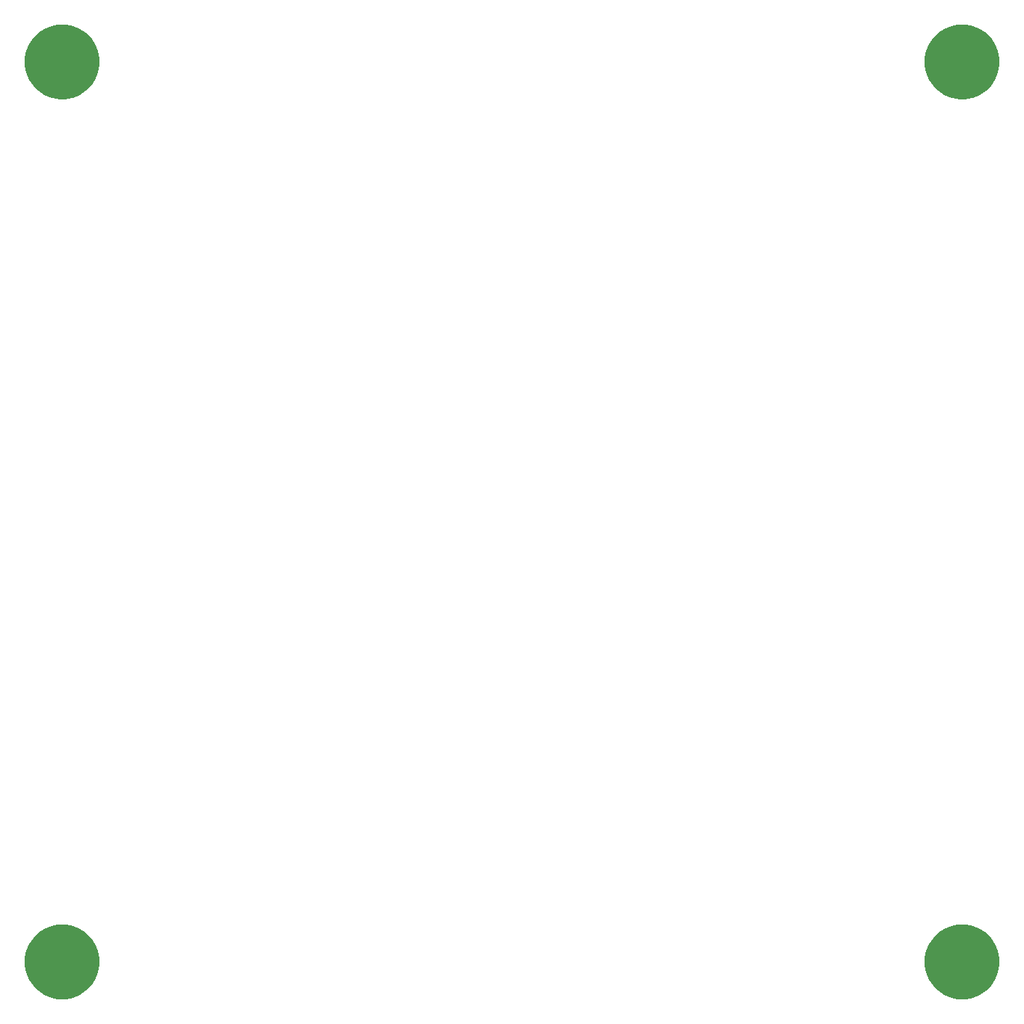
<source format=gbs>
G04 #@! TF.GenerationSoftware,KiCad,Pcbnew,(5.1.4)-1*
G04 #@! TF.CreationDate,2020-12-31T01:27:08+09:00*
G04 #@! TF.ProjectId,fan-vent-blocker,66616e2d-7665-46e7-942d-626c6f636b65,rev?*
G04 #@! TF.SameCoordinates,Original*
G04 #@! TF.FileFunction,Soldermask,Bot*
G04 #@! TF.FilePolarity,Negative*
%FSLAX46Y46*%
G04 Gerber Fmt 4.6, Leading zero omitted, Abs format (unit mm)*
G04 Created by KiCad (PCBNEW (5.1.4)-1) date 2020-12-31 01:27:08*
%MOMM*%
%LPD*%
G04 APERTURE LIST*
%ADD10C,0.100000*%
G04 APERTURE END LIST*
D10*
G36*
X-51951844Y-48172794D02*
G01*
X-51230860Y-48316206D01*
X-50439028Y-48644193D01*
X-49726399Y-49120357D01*
X-49120357Y-49726399D01*
X-48644193Y-50439028D01*
X-48316206Y-51230860D01*
X-48149000Y-52071464D01*
X-48149000Y-52928536D01*
X-48316206Y-53769140D01*
X-48644193Y-54560972D01*
X-49120357Y-55273601D01*
X-49726399Y-55879643D01*
X-50439028Y-56355807D01*
X-51230860Y-56683794D01*
X-51951844Y-56827206D01*
X-52071463Y-56851000D01*
X-52928537Y-56851000D01*
X-53048156Y-56827206D01*
X-53769140Y-56683794D01*
X-54560972Y-56355807D01*
X-55273601Y-55879643D01*
X-55879643Y-55273601D01*
X-56355807Y-54560972D01*
X-56683794Y-53769140D01*
X-56851000Y-52928536D01*
X-56851000Y-52071464D01*
X-56683794Y-51230860D01*
X-56355807Y-50439028D01*
X-55879643Y-49726399D01*
X-55273601Y-49120357D01*
X-54560972Y-48644193D01*
X-53769140Y-48316206D01*
X-53048156Y-48172794D01*
X-52928537Y-48149000D01*
X-52071463Y-48149000D01*
X-51951844Y-48172794D01*
X-51951844Y-48172794D01*
G37*
G36*
X53048156Y-48172794D02*
G01*
X53769140Y-48316206D01*
X54560972Y-48644193D01*
X55273601Y-49120357D01*
X55879643Y-49726399D01*
X56355807Y-50439028D01*
X56683794Y-51230860D01*
X56851000Y-52071464D01*
X56851000Y-52928536D01*
X56683794Y-53769140D01*
X56355807Y-54560972D01*
X55879643Y-55273601D01*
X55273601Y-55879643D01*
X54560972Y-56355807D01*
X53769140Y-56683794D01*
X53048156Y-56827206D01*
X52928537Y-56851000D01*
X52071463Y-56851000D01*
X51951844Y-56827206D01*
X51230860Y-56683794D01*
X50439028Y-56355807D01*
X49726399Y-55879643D01*
X49120357Y-55273601D01*
X48644193Y-54560972D01*
X48316206Y-53769140D01*
X48149000Y-52928536D01*
X48149000Y-52071464D01*
X48316206Y-51230860D01*
X48644193Y-50439028D01*
X49120357Y-49726399D01*
X49726399Y-49120357D01*
X50439028Y-48644193D01*
X51230860Y-48316206D01*
X51951844Y-48172794D01*
X52071463Y-48149000D01*
X52928537Y-48149000D01*
X53048156Y-48172794D01*
X53048156Y-48172794D01*
G37*
G36*
X-51951844Y56827206D02*
G01*
X-51230860Y56683794D01*
X-50439028Y56355807D01*
X-49726399Y55879643D01*
X-49120357Y55273601D01*
X-48644193Y54560972D01*
X-48316206Y53769140D01*
X-48149000Y52928536D01*
X-48149000Y52071464D01*
X-48316206Y51230860D01*
X-48644193Y50439028D01*
X-49120357Y49726399D01*
X-49726399Y49120357D01*
X-50439028Y48644193D01*
X-51230860Y48316206D01*
X-51951844Y48172794D01*
X-52071463Y48149000D01*
X-52928537Y48149000D01*
X-53048156Y48172794D01*
X-53769140Y48316206D01*
X-54560972Y48644193D01*
X-55273601Y49120357D01*
X-55879643Y49726399D01*
X-56355807Y50439028D01*
X-56683794Y51230860D01*
X-56851000Y52071464D01*
X-56851000Y52928536D01*
X-56683794Y53769140D01*
X-56355807Y54560972D01*
X-55879643Y55273601D01*
X-55273601Y55879643D01*
X-54560972Y56355807D01*
X-53769140Y56683794D01*
X-53048156Y56827206D01*
X-52928537Y56851000D01*
X-52071463Y56851000D01*
X-51951844Y56827206D01*
X-51951844Y56827206D01*
G37*
G36*
X53048156Y56827206D02*
G01*
X53769140Y56683794D01*
X54560972Y56355807D01*
X55273601Y55879643D01*
X55879643Y55273601D01*
X56355807Y54560972D01*
X56683794Y53769140D01*
X56851000Y52928536D01*
X56851000Y52071464D01*
X56683794Y51230860D01*
X56355807Y50439028D01*
X55879643Y49726399D01*
X55273601Y49120357D01*
X54560972Y48644193D01*
X53769140Y48316206D01*
X53048156Y48172794D01*
X52928537Y48149000D01*
X52071463Y48149000D01*
X51951844Y48172794D01*
X51230860Y48316206D01*
X50439028Y48644193D01*
X49726399Y49120357D01*
X49120357Y49726399D01*
X48644193Y50439028D01*
X48316206Y51230860D01*
X48149000Y52071464D01*
X48149000Y52928536D01*
X48316206Y53769140D01*
X48644193Y54560972D01*
X49120357Y55273601D01*
X49726399Y55879643D01*
X50439028Y56355807D01*
X51230860Y56683794D01*
X51951844Y56827206D01*
X52071463Y56851000D01*
X52928537Y56851000D01*
X53048156Y56827206D01*
X53048156Y56827206D01*
G37*
M02*

</source>
